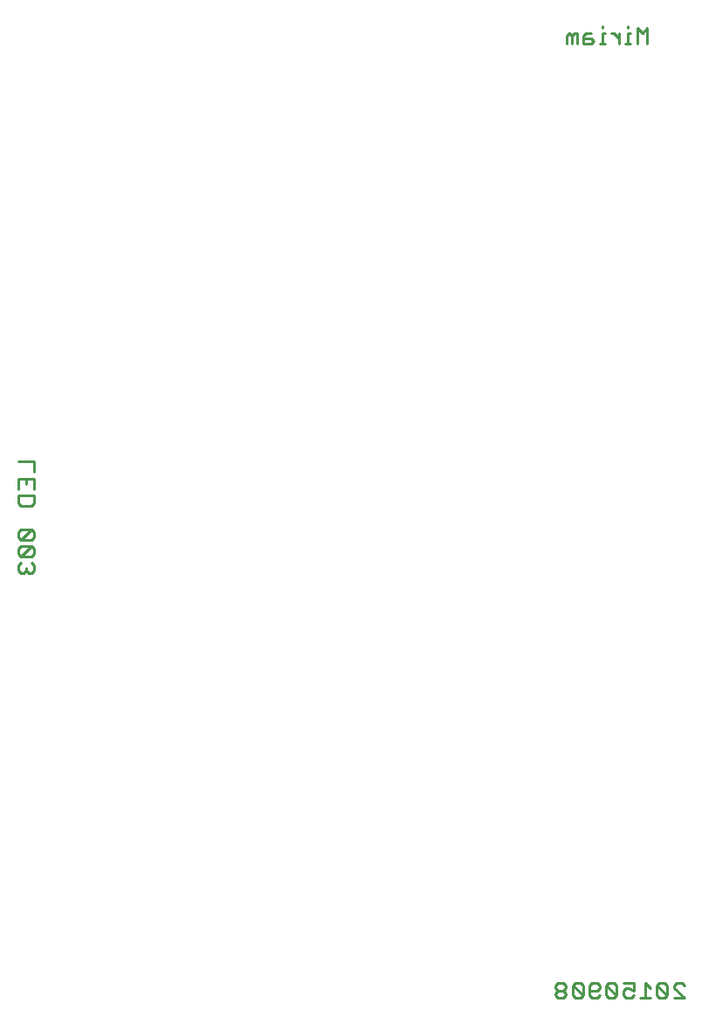
<source format=gbo>
G75*
%MOIN*%
%OFA0B0*%
%FSLAX25Y25*%
%IPPOS*%
%LPD*%
%AMOC8*
5,1,8,0,0,1.08239X$1,22.5*
%
%ADD10C,0.01100*%
D10*
X0269120Y0039881D02*
X0270104Y0038897D01*
X0272073Y0038897D01*
X0273057Y0039881D01*
X0273057Y0040866D01*
X0272073Y0041850D01*
X0270104Y0041850D01*
X0269120Y0040866D01*
X0269120Y0039881D01*
X0270104Y0041850D02*
X0269120Y0042834D01*
X0269120Y0043818D01*
X0270104Y0044802D01*
X0272073Y0044802D01*
X0273057Y0043818D01*
X0273057Y0042834D01*
X0272073Y0041850D01*
X0275566Y0043818D02*
X0276550Y0044802D01*
X0278518Y0044802D01*
X0279502Y0043818D01*
X0279502Y0039881D01*
X0275566Y0043818D01*
X0275566Y0039881D01*
X0276550Y0038897D01*
X0278518Y0038897D01*
X0279502Y0039881D01*
X0282011Y0039881D02*
X0282011Y0043818D01*
X0282995Y0044802D01*
X0284964Y0044802D01*
X0285948Y0043818D01*
X0285948Y0042834D01*
X0284964Y0041850D01*
X0282011Y0041850D01*
X0282011Y0039881D02*
X0282995Y0038897D01*
X0284964Y0038897D01*
X0285948Y0039881D01*
X0288457Y0039881D02*
X0289441Y0038897D01*
X0291409Y0038897D01*
X0292393Y0039881D01*
X0288457Y0043818D01*
X0288457Y0039881D01*
X0292393Y0039881D02*
X0292393Y0043818D01*
X0291409Y0044802D01*
X0289441Y0044802D01*
X0288457Y0043818D01*
X0294902Y0044802D02*
X0298839Y0044802D01*
X0298839Y0041850D01*
X0296870Y0042834D01*
X0295886Y0042834D01*
X0294902Y0041850D01*
X0294902Y0039881D01*
X0295886Y0038897D01*
X0297855Y0038897D01*
X0298839Y0039881D01*
X0301348Y0038897D02*
X0305284Y0038897D01*
X0303316Y0038897D02*
X0303316Y0044802D01*
X0305284Y0042834D01*
X0307793Y0043818D02*
X0308777Y0044802D01*
X0310746Y0044802D01*
X0311730Y0043818D01*
X0311730Y0039881D01*
X0307793Y0043818D01*
X0307793Y0039881D01*
X0308777Y0038897D01*
X0310746Y0038897D01*
X0311730Y0039881D01*
X0314239Y0038897D02*
X0318175Y0038897D01*
X0314239Y0042834D01*
X0314239Y0043818D01*
X0315223Y0044802D01*
X0317191Y0044802D01*
X0318175Y0043818D01*
X0069829Y0201959D02*
X0069829Y0203927D01*
X0068845Y0204912D01*
X0068845Y0207420D02*
X0069829Y0208405D01*
X0069829Y0210373D01*
X0068845Y0211357D01*
X0064908Y0207420D01*
X0068845Y0207420D01*
X0064908Y0207420D02*
X0063924Y0208405D01*
X0063924Y0210373D01*
X0064908Y0211357D01*
X0068845Y0211357D01*
X0068845Y0213866D02*
X0064908Y0213866D01*
X0068845Y0217803D01*
X0069829Y0216818D01*
X0069829Y0214850D01*
X0068845Y0213866D01*
X0068845Y0217803D02*
X0064908Y0217803D01*
X0063924Y0216818D01*
X0063924Y0214850D01*
X0064908Y0213866D01*
X0064908Y0204912D02*
X0063924Y0203927D01*
X0063924Y0201959D01*
X0064908Y0200975D01*
X0065892Y0200975D01*
X0066876Y0201959D01*
X0067860Y0200975D01*
X0068845Y0200975D01*
X0069829Y0201959D01*
X0066876Y0201959D02*
X0066876Y0202943D01*
X0064908Y0226757D02*
X0063924Y0227741D01*
X0063924Y0230694D01*
X0069829Y0230694D01*
X0069829Y0227741D01*
X0068845Y0226757D01*
X0064908Y0226757D01*
X0063924Y0233202D02*
X0063924Y0237139D01*
X0069829Y0237139D01*
X0069829Y0233202D01*
X0066876Y0235171D02*
X0066876Y0237139D01*
X0069829Y0239648D02*
X0069829Y0243585D01*
X0063924Y0243585D01*
X0273361Y0402976D02*
X0273361Y0405929D01*
X0274345Y0406913D01*
X0275330Y0405929D01*
X0275330Y0402976D01*
X0277298Y0402976D02*
X0277298Y0406913D01*
X0276314Y0406913D01*
X0275330Y0405929D01*
X0279807Y0405929D02*
X0279807Y0402976D01*
X0282759Y0402976D01*
X0283743Y0403960D01*
X0282759Y0404944D01*
X0279807Y0404944D01*
X0279807Y0405929D02*
X0280791Y0406913D01*
X0282759Y0406913D01*
X0287056Y0406913D02*
X0287056Y0402976D01*
X0288040Y0402976D02*
X0286072Y0402976D01*
X0287056Y0406913D02*
X0288040Y0406913D01*
X0287056Y0408881D02*
X0287056Y0409865D01*
X0290459Y0406913D02*
X0291443Y0406913D01*
X0293412Y0404944D01*
X0293412Y0402976D02*
X0293412Y0406913D01*
X0296724Y0406913D02*
X0296724Y0402976D01*
X0295740Y0402976D02*
X0297709Y0402976D01*
X0300217Y0402976D02*
X0300217Y0408881D01*
X0302186Y0406913D01*
X0304154Y0408881D01*
X0304154Y0402976D01*
X0297709Y0406913D02*
X0296724Y0406913D01*
X0296724Y0408881D02*
X0296724Y0409865D01*
M02*

</source>
